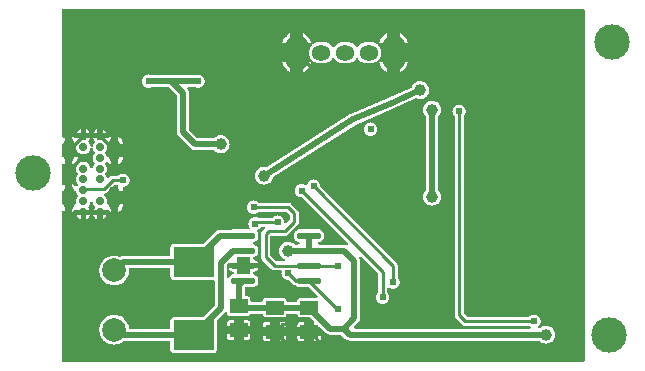
<source format=gbl>
G04 Layer: BottomLayer*
G04 EasyEDA v6.5.38, 2023-12-02 23:03:57*
G04 3574156a907d4d7c87788ecda130693a,c7ad1a84f3dd4ba2a6b1e1313e4bac77,10*
G04 Gerber Generator version 0.2*
G04 Scale: 100 percent, Rotated: No, Reflected: No *
G04 Dimensions in millimeters *
G04 leading zeros omitted , absolute positions ,4 integer and 5 decimal *
%FSLAX45Y45*%
%MOMM*%

%AMMACRO1*21,1,$1,$2,0,0,$3*%
%ADD10C,0.2540*%
%ADD11C,0.5000*%
%ADD12MACRO1,1.16X1.45X90.0000*%
%ADD13MACRO1,2.5X3.4X90.0000*%
%ADD14O,2.0450048X0.58801*%
%ADD15C,2.0000*%
%ADD16O,1.599946X1.2999720000000001*%
%ADD17O,1.9999959999999999X2.999994*%
%ADD18C,0.7000*%
%ADD19O,0.9999979999999999X1.9999959999999999*%
%ADD20C,3.0000*%
%ADD21C,0.6096*%
%ADD22C,1.0000*%
%ADD23C,0.6100*%
%ADD24C,0.0151*%

%LPD*%
G36*
X-1538732Y-1244600D02*
G01*
X-1542643Y-1243838D01*
X-1545894Y-1241602D01*
X-1548130Y-1238351D01*
X-1548892Y-1234440D01*
X-1548892Y23368D01*
X-1547926Y27635D01*
X-1545285Y31089D01*
X-1541424Y33121D01*
X-1537055Y33375D01*
X-1532991Y31750D01*
X-1526336Y27178D01*
X-1519732Y24028D01*
X-1519732Y86563D01*
X-1538732Y86563D01*
X-1542643Y87325D01*
X-1545894Y89560D01*
X-1548130Y92811D01*
X-1548892Y96723D01*
X-1548892Y189077D01*
X-1548130Y192989D01*
X-1545894Y196291D01*
X-1542643Y198475D01*
X-1538732Y199237D01*
X-1519732Y199237D01*
X-1519732Y261823D01*
X-1526336Y258622D01*
X-1532991Y254101D01*
X-1537055Y252475D01*
X-1541424Y252679D01*
X-1545285Y254711D01*
X-1547926Y258216D01*
X-1548892Y262483D01*
X-1548892Y423367D01*
X-1547926Y427634D01*
X-1545285Y431088D01*
X-1541424Y433120D01*
X-1537055Y433374D01*
X-1532991Y431749D01*
X-1526336Y427177D01*
X-1519732Y424027D01*
X-1519732Y486562D01*
X-1538732Y486562D01*
X-1542643Y487324D01*
X-1545894Y489559D01*
X-1548130Y492810D01*
X-1548892Y496722D01*
X-1548892Y589076D01*
X-1548130Y592988D01*
X-1545894Y596290D01*
X-1542643Y598474D01*
X-1538732Y599236D01*
X-1519732Y599236D01*
X-1519732Y661822D01*
X-1526336Y658622D01*
X-1532991Y654100D01*
X-1537055Y652475D01*
X-1541424Y652678D01*
X-1545285Y654710D01*
X-1547926Y658215D01*
X-1548892Y662482D01*
X-1548892Y1729232D01*
X-1548130Y1733143D01*
X-1545894Y1736394D01*
X-1542643Y1738630D01*
X-1538732Y1739392D01*
X2873146Y1739392D01*
X2877464Y1738426D01*
X2881020Y1735683D01*
X2883001Y1731721D01*
X2882900Y-1234440D01*
X2882138Y-1238351D01*
X2879902Y-1241602D01*
X2876651Y-1243838D01*
X2872740Y-1244600D01*
G37*

%LPC*%
G36*
X-601218Y-1172108D02*
G01*
X-262382Y-1172108D01*
X-256032Y-1171397D01*
X-250596Y-1169517D01*
X-245668Y-1166418D01*
X-241604Y-1162304D01*
X-238506Y-1157427D01*
X-236575Y-1151940D01*
X-235864Y-1145641D01*
X-235864Y-901496D01*
X-235102Y-897585D01*
X-232917Y-894283D01*
X-167335Y-828751D01*
X-163525Y-825652D01*
X-159816Y-824687D01*
X-156006Y-825144D01*
X-152603Y-827024D01*
X-150164Y-829970D01*
X-149047Y-833678D01*
X-148488Y-838453D01*
X-146608Y-843889D01*
X-143510Y-848817D01*
X-139395Y-852881D01*
X-134518Y-855980D01*
X-129032Y-857910D01*
X-122732Y-858621D01*
X21132Y-858621D01*
X27432Y-857910D01*
X32918Y-855980D01*
X37795Y-852881D01*
X41910Y-848817D01*
X45516Y-843076D01*
X47802Y-840536D01*
X50749Y-838860D01*
X54102Y-838301D01*
X145796Y-838301D01*
X149402Y-838962D01*
X152552Y-840892D01*
X154787Y-843787D01*
X155854Y-847344D01*
X156311Y-851153D01*
X158191Y-856589D01*
X161290Y-861517D01*
X165404Y-865581D01*
X170281Y-868680D01*
X175768Y-870610D01*
X182067Y-871321D01*
X325932Y-871321D01*
X332232Y-870610D01*
X337718Y-868680D01*
X342595Y-865581D01*
X346710Y-861517D01*
X349808Y-856589D01*
X351688Y-851153D01*
X352145Y-847344D01*
X353212Y-843787D01*
X355447Y-840892D01*
X358597Y-838962D01*
X362204Y-838301D01*
X437896Y-838301D01*
X441502Y-838962D01*
X444652Y-840892D01*
X446887Y-843787D01*
X447954Y-847344D01*
X448411Y-851153D01*
X450291Y-856589D01*
X453390Y-861517D01*
X457504Y-865581D01*
X462381Y-868680D01*
X467868Y-870610D01*
X474167Y-871321D01*
X553821Y-871321D01*
X557682Y-872083D01*
X560984Y-874268D01*
X585724Y-899007D01*
X587908Y-902309D01*
X588721Y-906221D01*
X588721Y-955243D01*
X637743Y-955243D01*
X641654Y-956005D01*
X644906Y-958240D01*
X687730Y-1001064D01*
X691184Y-1004214D01*
X694690Y-1006906D01*
X698449Y-1009294D01*
X702411Y-1011326D01*
X706475Y-1013053D01*
X710742Y-1014374D01*
X715060Y-1015339D01*
X719480Y-1015898D01*
X724103Y-1016101D01*
X812901Y-1016101D01*
X816813Y-1016863D01*
X820064Y-1019098D01*
X852830Y-1051864D01*
X856284Y-1055014D01*
X859790Y-1057706D01*
X863549Y-1060094D01*
X867511Y-1062126D01*
X871575Y-1063853D01*
X875842Y-1065174D01*
X880160Y-1066139D01*
X884580Y-1066698D01*
X889203Y-1066901D01*
X2492349Y-1066901D01*
X2496362Y-1067714D01*
X2499715Y-1070000D01*
X2502204Y-1072642D01*
X2511450Y-1079703D01*
X2521661Y-1085240D01*
X2532583Y-1089152D01*
X2544013Y-1091387D01*
X2555595Y-1091844D01*
X2567127Y-1090472D01*
X2578354Y-1087424D01*
X2588971Y-1082649D01*
X2598674Y-1076350D01*
X2607360Y-1068628D01*
X2614777Y-1059637D01*
X2620721Y-1049680D01*
X2625039Y-1038910D01*
X2627680Y-1027582D01*
X2628595Y-1016000D01*
X2627680Y-1004417D01*
X2625039Y-993089D01*
X2620721Y-982319D01*
X2614777Y-972362D01*
X2607360Y-963371D01*
X2598674Y-955649D01*
X2588971Y-949350D01*
X2578354Y-944575D01*
X2567127Y-941527D01*
X2555595Y-940155D01*
X2544013Y-940612D01*
X2532583Y-942848D01*
X2521661Y-946759D01*
X2511450Y-952296D01*
X2502204Y-959358D01*
X2499715Y-961999D01*
X2496362Y-964285D01*
X2492349Y-965098D01*
X2490673Y-965098D01*
X2486558Y-964184D01*
X2483104Y-961694D01*
X2481021Y-957986D01*
X2480614Y-953769D01*
X2481986Y-949706D01*
X2484882Y-946607D01*
X2487320Y-944880D01*
X2494280Y-937920D01*
X2499918Y-929894D01*
X2504084Y-921003D01*
X2506624Y-911504D01*
X2507488Y-901700D01*
X2506624Y-891895D01*
X2504084Y-882396D01*
X2499918Y-873506D01*
X2494280Y-865479D01*
X2487320Y-858519D01*
X2479294Y-852881D01*
X2470404Y-848715D01*
X2460904Y-846175D01*
X2451100Y-845312D01*
X2441295Y-846175D01*
X2431796Y-848715D01*
X2422906Y-852881D01*
X2414879Y-858519D01*
X2413254Y-860094D01*
X2409952Y-862330D01*
X2406091Y-863092D01*
X1887118Y-863092D01*
X1883206Y-862330D01*
X1879904Y-860094D01*
X1857705Y-837895D01*
X1855470Y-834593D01*
X1854707Y-830681D01*
X1854707Y831291D01*
X1855470Y835152D01*
X1857705Y838453D01*
X1859280Y840079D01*
X1864918Y848106D01*
X1869084Y856996D01*
X1871624Y866495D01*
X1872488Y876300D01*
X1871624Y886104D01*
X1869084Y895603D01*
X1864918Y904494D01*
X1859280Y912520D01*
X1852320Y919480D01*
X1844293Y925118D01*
X1835404Y929284D01*
X1825904Y931824D01*
X1816100Y932687D01*
X1806295Y931824D01*
X1796796Y929284D01*
X1787906Y925118D01*
X1779879Y919480D01*
X1772920Y912520D01*
X1767281Y904494D01*
X1763115Y895603D01*
X1760575Y886104D01*
X1759712Y876300D01*
X1760575Y866495D01*
X1763115Y856996D01*
X1767281Y848106D01*
X1772920Y840079D01*
X1774494Y838453D01*
X1776730Y835152D01*
X1777492Y831291D01*
X1777492Y-850392D01*
X1778304Y-858418D01*
X1780489Y-865632D01*
X1784045Y-872337D01*
X1789175Y-878535D01*
X1839264Y-928624D01*
X1845462Y-933754D01*
X1852168Y-937310D01*
X1859381Y-939495D01*
X1867407Y-940308D01*
X2406091Y-940308D01*
X2409952Y-941069D01*
X2413254Y-943305D01*
X2417318Y-946607D01*
X2420213Y-949706D01*
X2421585Y-953769D01*
X2421178Y-957986D01*
X2419096Y-961694D01*
X2415641Y-964184D01*
X2411526Y-965098D01*
X934821Y-965098D01*
X930960Y-964336D01*
X927658Y-962101D01*
X925423Y-958799D01*
X924661Y-954938D01*
X925423Y-951026D01*
X927658Y-947724D01*
X962964Y-912469D01*
X966114Y-909015D01*
X968806Y-905510D01*
X971194Y-901750D01*
X973226Y-897788D01*
X974953Y-893724D01*
X976274Y-889457D01*
X977239Y-885139D01*
X977798Y-880719D01*
X978001Y-876096D01*
X978001Y-393903D01*
X977798Y-389280D01*
X977239Y-384860D01*
X976274Y-380542D01*
X974953Y-376275D01*
X973226Y-372211D01*
X970940Y-367842D01*
X969822Y-363880D01*
X970330Y-359867D01*
X972413Y-356311D01*
X975715Y-353923D01*
X979728Y-352958D01*
X983742Y-353720D01*
X987145Y-355955D01*
X1126794Y-495604D01*
X1129030Y-498906D01*
X1129792Y-502818D01*
X1129792Y-653491D01*
X1129030Y-657352D01*
X1126794Y-660654D01*
X1125220Y-662279D01*
X1119581Y-670306D01*
X1115415Y-679196D01*
X1112875Y-688695D01*
X1112012Y-698500D01*
X1112875Y-708304D01*
X1115415Y-717804D01*
X1119581Y-726694D01*
X1125220Y-734720D01*
X1132179Y-741680D01*
X1140206Y-747318D01*
X1149096Y-751484D01*
X1158595Y-754024D01*
X1168400Y-754888D01*
X1178204Y-754024D01*
X1187704Y-751484D01*
X1196594Y-747318D01*
X1204620Y-741680D01*
X1211580Y-734720D01*
X1217218Y-726694D01*
X1221384Y-717804D01*
X1223924Y-708304D01*
X1224788Y-698500D01*
X1223924Y-688695D01*
X1221384Y-679196D01*
X1217218Y-670306D01*
X1211580Y-662279D01*
X1210005Y-660654D01*
X1207770Y-657352D01*
X1207008Y-653491D01*
X1207008Y-624332D01*
X1207973Y-620064D01*
X1210614Y-616559D01*
X1214526Y-614527D01*
X1218946Y-614324D01*
X1223010Y-616051D01*
X1229106Y-620318D01*
X1237996Y-624484D01*
X1247495Y-627024D01*
X1257300Y-627888D01*
X1267104Y-627024D01*
X1276604Y-624484D01*
X1285494Y-620318D01*
X1293520Y-614680D01*
X1300480Y-607720D01*
X1306118Y-599694D01*
X1310284Y-590804D01*
X1312824Y-581304D01*
X1313688Y-571500D01*
X1312824Y-561695D01*
X1310284Y-552196D01*
X1306118Y-543306D01*
X1300480Y-535279D01*
X1298905Y-533654D01*
X1296670Y-530352D01*
X1295908Y-526491D01*
X1295908Y-432308D01*
X1295095Y-424281D01*
X1292910Y-417068D01*
X1289354Y-410362D01*
X1284224Y-404164D01*
X643331Y236728D01*
X641350Y239623D01*
X640435Y243027D01*
X639724Y251104D01*
X637184Y260604D01*
X633018Y269494D01*
X627380Y277520D01*
X620420Y284480D01*
X612394Y290118D01*
X603504Y294284D01*
X594004Y296824D01*
X584200Y297688D01*
X574395Y296824D01*
X564896Y294284D01*
X556006Y290118D01*
X547979Y284480D01*
X541020Y277520D01*
X535381Y269494D01*
X531215Y260604D01*
X529844Y255320D01*
X528116Y251866D01*
X525221Y249275D01*
X521614Y247904D01*
X517702Y248056D01*
X514197Y249631D01*
X510793Y252018D01*
X501904Y256184D01*
X492404Y258724D01*
X482600Y259588D01*
X472795Y258724D01*
X463296Y256184D01*
X454406Y252018D01*
X446379Y246379D01*
X439420Y239420D01*
X433781Y231394D01*
X429615Y222504D01*
X427075Y213004D01*
X426212Y203200D01*
X427075Y193395D01*
X429615Y183896D01*
X433781Y175006D01*
X439420Y166979D01*
X446379Y160020D01*
X454406Y154381D01*
X463296Y150215D01*
X472795Y147675D01*
X480872Y146964D01*
X484276Y146050D01*
X487172Y144068D01*
X875944Y-244754D01*
X878179Y-248158D01*
X878941Y-252171D01*
X877976Y-256184D01*
X875588Y-259486D01*
X872032Y-261569D01*
X868019Y-262077D01*
X864057Y-260959D01*
X859688Y-258673D01*
X855624Y-256946D01*
X851357Y-255625D01*
X847039Y-254660D01*
X842619Y-254101D01*
X837996Y-253898D01*
X640181Y-253898D01*
X629158Y-251104D01*
X625297Y-249072D01*
X622604Y-245617D01*
X621639Y-241300D01*
X622604Y-236982D01*
X625297Y-233527D01*
X629158Y-231495D01*
X635711Y-229717D01*
X644448Y-225653D01*
X652322Y-220116D01*
X659130Y-213309D01*
X664667Y-205435D01*
X668731Y-196697D01*
X671220Y-187401D01*
X672084Y-177800D01*
X671220Y-168198D01*
X668731Y-158902D01*
X664667Y-150164D01*
X659130Y-142290D01*
X652322Y-135483D01*
X644448Y-129946D01*
X635711Y-125882D01*
X626414Y-123393D01*
X616356Y-122478D01*
X471525Y-122478D01*
X461518Y-123393D01*
X452221Y-125882D01*
X443484Y-129946D01*
X435559Y-135483D01*
X428751Y-142290D01*
X423214Y-150164D01*
X419150Y-158902D01*
X416661Y-168198D01*
X415848Y-177800D01*
X416661Y-187401D01*
X419150Y-196697D01*
X423214Y-205435D01*
X428751Y-213309D01*
X435559Y-220116D01*
X443484Y-225653D01*
X452221Y-229717D01*
X458724Y-231495D01*
X462635Y-233527D01*
X465328Y-236982D01*
X466242Y-241300D01*
X465328Y-245617D01*
X462635Y-249072D01*
X458724Y-251104D01*
X447751Y-253898D01*
X428751Y-253898D01*
X425145Y-253238D01*
X421995Y-251307D01*
X414274Y-244449D01*
X404571Y-238150D01*
X393954Y-233375D01*
X382727Y-230327D01*
X371195Y-228955D01*
X359613Y-229412D01*
X348183Y-231648D01*
X337261Y-235559D01*
X327050Y-241096D01*
X317804Y-248158D01*
X309778Y-256540D01*
X303072Y-266039D01*
X297942Y-276453D01*
X294436Y-287528D01*
X292658Y-299008D01*
X292658Y-310591D01*
X294436Y-322072D01*
X297942Y-333146D01*
X303072Y-343560D01*
X309778Y-353060D01*
X317804Y-361442D01*
X327050Y-368503D01*
X337362Y-374091D01*
X340715Y-377037D01*
X342493Y-381101D01*
X342392Y-385521D01*
X340360Y-389483D01*
X336854Y-392226D01*
X332536Y-393192D01*
X274218Y-393192D01*
X270306Y-392430D01*
X267004Y-390194D01*
X219405Y-342595D01*
X217170Y-339293D01*
X216408Y-335381D01*
X216408Y-188468D01*
X217170Y-184556D01*
X219405Y-181305D01*
X222656Y-179070D01*
X226567Y-178308D01*
X342392Y-178308D01*
X350418Y-177495D01*
X357632Y-175310D01*
X364337Y-171754D01*
X370535Y-166624D01*
X446024Y-91135D01*
X451154Y-84937D01*
X454710Y-78232D01*
X456895Y-71018D01*
X457708Y-62991D01*
X457708Y12192D01*
X456895Y20218D01*
X454710Y27432D01*
X451154Y34137D01*
X446024Y40335D01*
X395935Y90424D01*
X389737Y95554D01*
X383032Y99110D01*
X375818Y101295D01*
X367792Y102108D01*
X121208Y102108D01*
X117348Y102870D01*
X114046Y105105D01*
X112420Y106680D01*
X104394Y112318D01*
X95504Y116484D01*
X86004Y119024D01*
X76200Y119887D01*
X66395Y119024D01*
X56896Y116484D01*
X48006Y112318D01*
X39979Y106680D01*
X33020Y99720D01*
X27381Y91694D01*
X23215Y82804D01*
X20675Y73304D01*
X19812Y63500D01*
X20675Y53695D01*
X23215Y44196D01*
X27381Y35306D01*
X33020Y27279D01*
X39979Y20320D01*
X48006Y14681D01*
X56896Y10515D01*
X66395Y7975D01*
X76200Y7112D01*
X86004Y7975D01*
X95504Y10515D01*
X104394Y14681D01*
X112420Y20320D01*
X114046Y21894D01*
X117348Y24130D01*
X121208Y24892D01*
X348081Y24892D01*
X351993Y24130D01*
X355295Y21894D01*
X377494Y-304D01*
X379730Y-3606D01*
X380492Y-7518D01*
X380492Y-43281D01*
X379730Y-47193D01*
X377494Y-50495D01*
X352755Y-75285D01*
X349300Y-77520D01*
X345236Y-78232D01*
X341274Y-77317D01*
X337972Y-74828D01*
X335889Y-71272D01*
X335432Y-67208D01*
X335737Y-63500D01*
X334873Y-53695D01*
X332333Y-44246D01*
X328218Y-35306D01*
X322580Y-27279D01*
X315620Y-20320D01*
X307594Y-14681D01*
X298653Y-10566D01*
X289204Y-8026D01*
X279400Y-7162D01*
X269595Y-8026D01*
X260146Y-10566D01*
X251206Y-14681D01*
X243179Y-20320D01*
X241604Y-21894D01*
X238302Y-24130D01*
X234391Y-24892D01*
X113995Y-24892D01*
X109677Y-23926D01*
X108204Y-23215D01*
X98704Y-20675D01*
X88900Y-19812D01*
X79095Y-20675D01*
X69596Y-23215D01*
X60706Y-27381D01*
X52679Y-33020D01*
X45720Y-39979D01*
X40081Y-48006D01*
X35915Y-56896D01*
X33375Y-66395D01*
X32512Y-76200D01*
X33375Y-86004D01*
X35915Y-95504D01*
X40081Y-104394D01*
X41554Y-106527D01*
X43230Y-110591D01*
X43078Y-114960D01*
X41046Y-118872D01*
X37541Y-121564D01*
X33223Y-122478D01*
X-82956Y-122478D01*
X-93014Y-123393D01*
X-102463Y-125933D01*
X-106781Y-126898D01*
X-208178Y-126898D01*
X-212852Y-127101D01*
X-217220Y-127660D01*
X-221589Y-128625D01*
X-225806Y-129946D01*
X-229920Y-131673D01*
X-233832Y-133705D01*
X-237591Y-136093D01*
X-241096Y-138785D01*
X-244551Y-141935D01*
X-349910Y-247345D01*
X-353212Y-249529D01*
X-357073Y-250291D01*
X-601218Y-250291D01*
X-607517Y-251002D01*
X-613003Y-252933D01*
X-617880Y-255981D01*
X-621995Y-260096D01*
X-625094Y-264972D01*
X-626973Y-270459D01*
X-627684Y-276758D01*
X-627684Y-340156D01*
X-628446Y-344017D01*
X-630682Y-347319D01*
X-633984Y-349504D01*
X-637844Y-350316D01*
X-1032408Y-350316D01*
X-1037082Y-350520D01*
X-1041501Y-351078D01*
X-1045819Y-352044D01*
X-1050036Y-353364D01*
X-1054252Y-355142D01*
X-1057706Y-355904D01*
X-1061212Y-355447D01*
X-1074775Y-351231D01*
X-1089710Y-348488D01*
X-1104900Y-347573D01*
X-1120089Y-348488D01*
X-1135024Y-351231D01*
X-1149553Y-355752D01*
X-1163421Y-362000D01*
X-1176426Y-369874D01*
X-1188364Y-379222D01*
X-1199134Y-389991D01*
X-1208481Y-401929D01*
X-1216355Y-414934D01*
X-1222603Y-428802D01*
X-1227124Y-443331D01*
X-1229868Y-458266D01*
X-1230782Y-473456D01*
X-1229868Y-488645D01*
X-1227124Y-503580D01*
X-1222603Y-518109D01*
X-1216355Y-531977D01*
X-1208481Y-544982D01*
X-1199134Y-556920D01*
X-1188364Y-567690D01*
X-1176426Y-577037D01*
X-1163421Y-584911D01*
X-1149553Y-591159D01*
X-1135024Y-595680D01*
X-1120089Y-598424D01*
X-1104900Y-599338D01*
X-1089710Y-598424D01*
X-1074775Y-595680D01*
X-1060246Y-591159D01*
X-1046378Y-584911D01*
X-1033373Y-577037D01*
X-1021435Y-567690D01*
X-1010666Y-556920D01*
X-1001318Y-544982D01*
X-993444Y-531977D01*
X-987196Y-518109D01*
X-982675Y-503580D01*
X-979932Y-488645D01*
X-979017Y-473456D01*
X-979627Y-462889D01*
X-979068Y-458825D01*
X-976884Y-455320D01*
X-973531Y-452932D01*
X-969518Y-452120D01*
X-637844Y-452120D01*
X-633984Y-452882D01*
X-630682Y-455066D01*
X-628446Y-458368D01*
X-627684Y-462280D01*
X-627684Y-525627D01*
X-626973Y-531977D01*
X-625094Y-537413D01*
X-621995Y-542340D01*
X-617880Y-546404D01*
X-613003Y-549503D01*
X-607517Y-551383D01*
X-601218Y-552094D01*
X-264261Y-552094D01*
X-260400Y-552907D01*
X-257098Y-555091D01*
X-254863Y-558393D01*
X-254101Y-562254D01*
X-254101Y-767283D01*
X-254863Y-771194D01*
X-257098Y-774496D01*
X-349910Y-867308D01*
X-353212Y-869543D01*
X-357124Y-870305D01*
X-601218Y-870305D01*
X-607517Y-871016D01*
X-613003Y-872947D01*
X-617880Y-875995D01*
X-621995Y-880110D01*
X-625094Y-884986D01*
X-626973Y-890473D01*
X-627684Y-896772D01*
X-627684Y-960119D01*
X-628446Y-964031D01*
X-630682Y-967333D01*
X-633984Y-969518D01*
X-637844Y-970280D01*
X-969670Y-970280D01*
X-973429Y-969568D01*
X-976680Y-967536D01*
X-978916Y-964437D01*
X-982675Y-944219D01*
X-987196Y-929690D01*
X-993444Y-915822D01*
X-1001318Y-902817D01*
X-1010666Y-890879D01*
X-1021435Y-880110D01*
X-1033373Y-870762D01*
X-1046378Y-862888D01*
X-1060246Y-856640D01*
X-1074775Y-852119D01*
X-1089710Y-849376D01*
X-1104900Y-848461D01*
X-1120089Y-849376D01*
X-1135024Y-852119D01*
X-1149553Y-856640D01*
X-1163421Y-862888D01*
X-1176426Y-870762D01*
X-1188364Y-880110D01*
X-1199134Y-890879D01*
X-1208481Y-902817D01*
X-1216355Y-915822D01*
X-1222603Y-929690D01*
X-1227124Y-944219D01*
X-1229868Y-959154D01*
X-1230782Y-974344D01*
X-1229868Y-989533D01*
X-1227124Y-1004468D01*
X-1222603Y-1018997D01*
X-1216355Y-1032865D01*
X-1208481Y-1045870D01*
X-1199134Y-1057808D01*
X-1188364Y-1068578D01*
X-1176426Y-1077925D01*
X-1163421Y-1085799D01*
X-1149553Y-1092047D01*
X-1135024Y-1096568D01*
X-1120089Y-1099312D01*
X-1104900Y-1100226D01*
X-1089710Y-1099312D01*
X-1074775Y-1096568D01*
X-1060246Y-1092047D01*
X-1046378Y-1085799D01*
X-1033373Y-1077925D01*
X-1028700Y-1074267D01*
X-1025753Y-1072642D01*
X-1022400Y-1072083D01*
X-637844Y-1072083D01*
X-633984Y-1072896D01*
X-630682Y-1075080D01*
X-628446Y-1078382D01*
X-627684Y-1082243D01*
X-627684Y-1145641D01*
X-626973Y-1151940D01*
X-625094Y-1157427D01*
X-621995Y-1162304D01*
X-617880Y-1166418D01*
X-613003Y-1169517D01*
X-607517Y-1171397D01*
G37*
G36*
X474167Y-1074521D02*
G01*
X503478Y-1074521D01*
X503478Y-1025956D01*
X447700Y-1025956D01*
X447700Y-1048054D01*
X448411Y-1054354D01*
X450291Y-1059789D01*
X453390Y-1064717D01*
X457504Y-1068781D01*
X462381Y-1071880D01*
X467868Y-1073810D01*
G37*
G36*
X296621Y-1074521D02*
G01*
X325932Y-1074521D01*
X332232Y-1073810D01*
X337718Y-1071880D01*
X342595Y-1068781D01*
X346710Y-1064717D01*
X349808Y-1059789D01*
X351688Y-1054354D01*
X352399Y-1048054D01*
X352399Y-1025956D01*
X296621Y-1025956D01*
G37*
G36*
X182067Y-1074521D02*
G01*
X211378Y-1074521D01*
X211378Y-1025956D01*
X155600Y-1025956D01*
X155600Y-1048054D01*
X156311Y-1054354D01*
X158191Y-1059789D01*
X161290Y-1064717D01*
X165404Y-1068781D01*
X170281Y-1071880D01*
X175768Y-1073810D01*
G37*
G36*
X588721Y-1074521D02*
G01*
X618032Y-1074521D01*
X624332Y-1073810D01*
X629818Y-1071880D01*
X634695Y-1068781D01*
X638810Y-1064717D01*
X641908Y-1059789D01*
X643788Y-1054354D01*
X644499Y-1048054D01*
X644499Y-1025956D01*
X588721Y-1025956D01*
G37*
G36*
X-8178Y-1061821D02*
G01*
X21132Y-1061821D01*
X27432Y-1061110D01*
X32918Y-1059180D01*
X37795Y-1056081D01*
X41910Y-1052017D01*
X45008Y-1047089D01*
X46888Y-1041653D01*
X47599Y-1035354D01*
X47599Y-1013256D01*
X-8178Y-1013256D01*
G37*
G36*
X-122732Y-1061821D02*
G01*
X-93421Y-1061821D01*
X-93421Y-1013256D01*
X-149199Y-1013256D01*
X-149199Y-1035354D01*
X-148488Y-1041653D01*
X-146608Y-1047089D01*
X-143510Y-1052017D01*
X-139395Y-1056081D01*
X-134518Y-1059180D01*
X-129032Y-1061110D01*
G37*
G36*
X296621Y-955243D02*
G01*
X352399Y-955243D01*
X352399Y-933145D01*
X351688Y-926846D01*
X349808Y-921410D01*
X346710Y-916482D01*
X342595Y-912418D01*
X337718Y-909319D01*
X332232Y-907389D01*
X325932Y-906678D01*
X296621Y-906678D01*
G37*
G36*
X155600Y-955243D02*
G01*
X211378Y-955243D01*
X211378Y-906678D01*
X182067Y-906678D01*
X175768Y-907389D01*
X170281Y-909319D01*
X165404Y-912418D01*
X161290Y-916482D01*
X158191Y-921410D01*
X156311Y-926846D01*
X155600Y-933145D01*
G37*
G36*
X447700Y-955243D02*
G01*
X503478Y-955243D01*
X503478Y-906678D01*
X474167Y-906678D01*
X467868Y-907389D01*
X462381Y-909319D01*
X457504Y-912418D01*
X453390Y-916482D01*
X450291Y-921410D01*
X448411Y-926846D01*
X447700Y-933145D01*
G37*
G36*
X-149199Y-942543D02*
G01*
X-93421Y-942543D01*
X-93421Y-893978D01*
X-122732Y-893978D01*
X-129032Y-894689D01*
X-134518Y-896619D01*
X-139395Y-899718D01*
X-143510Y-903782D01*
X-146608Y-908710D01*
X-148488Y-914146D01*
X-149199Y-920445D01*
G37*
G36*
X-8178Y-942543D02*
G01*
X47599Y-942543D01*
X47599Y-920445D01*
X46888Y-914146D01*
X45008Y-908710D01*
X41910Y-903782D01*
X37795Y-899718D01*
X32918Y-896619D01*
X27432Y-894689D01*
X21132Y-893978D01*
X-8178Y-893978D01*
G37*
G36*
X-1249222Y-37896D02*
G01*
X-1249222Y-5943D01*
X-1281328Y-5943D01*
X-1276350Y-15392D01*
X-1270203Y-23317D01*
X-1262786Y-30124D01*
X-1254353Y-35661D01*
G37*
G36*
X-1389227Y-37896D02*
G01*
X-1389227Y-5943D01*
X-1421333Y-5943D01*
X-1416354Y-15392D01*
X-1410208Y-23317D01*
X-1402791Y-30124D01*
X-1394358Y-35661D01*
G37*
G36*
X-1201572Y-37896D02*
G01*
X-1196441Y-35661D01*
X-1188008Y-30124D01*
X-1180592Y-23317D01*
X-1174445Y-15392D01*
X-1169466Y-5943D01*
X-1201572Y-5943D01*
G37*
G36*
X-1341577Y-37896D02*
G01*
X-1336446Y-35661D01*
X-1328013Y-30124D01*
X-1320596Y-23317D01*
X-1314450Y-15392D01*
X-1309471Y-5943D01*
X-1341577Y-5943D01*
G37*
G36*
X-1071067Y24028D02*
G01*
X-1064463Y27178D01*
X-1055065Y33578D01*
X-1046784Y41300D01*
X-1039723Y50190D01*
X-1034034Y59994D01*
X-1029868Y70561D01*
X-1027379Y81584D01*
X-1026972Y86563D01*
X-1071067Y86563D01*
G37*
G36*
X-1457045Y24028D02*
G01*
X-1450441Y27178D01*
X-1445361Y30683D01*
X-1444955Y33274D01*
X-1443736Y36626D01*
X-1441500Y39319D01*
X-1438402Y41148D01*
X-1434947Y41757D01*
X-1389227Y41757D01*
X-1388567Y46888D01*
X-1386687Y50038D01*
X-1383792Y52324D01*
X-1380286Y53390D01*
X-1365402Y52019D01*
X-1350518Y53390D01*
X-1347012Y52324D01*
X-1344117Y50038D01*
X-1342237Y46888D01*
X-1341577Y41757D01*
X-1309471Y41757D01*
X-1314450Y51206D01*
X-1320647Y59131D01*
X-1322527Y63195D01*
X-1322527Y67614D01*
X-1320647Y71628D01*
X-1314450Y79603D01*
X-1309674Y88442D01*
X-1306372Y97942D01*
X-1305407Y103784D01*
X-1303985Y107543D01*
X-1301140Y110439D01*
X-1297432Y112064D01*
X-1293368Y112064D01*
X-1289659Y110439D01*
X-1286814Y107543D01*
X-1285392Y103784D01*
X-1284427Y97942D01*
X-1281125Y88442D01*
X-1276350Y79603D01*
X-1270152Y71628D01*
X-1268272Y67614D01*
X-1268272Y63195D01*
X-1270152Y59131D01*
X-1276350Y51206D01*
X-1281328Y41757D01*
X-1249222Y41757D01*
X-1248562Y46888D01*
X-1246682Y50038D01*
X-1243787Y52324D01*
X-1240282Y53390D01*
X-1225397Y52019D01*
X-1210513Y53390D01*
X-1207008Y52324D01*
X-1204112Y50038D01*
X-1202232Y46888D01*
X-1201572Y41757D01*
X-1155852Y41757D01*
X-1152398Y41148D01*
X-1149299Y39319D01*
X-1147064Y36626D01*
X-1145844Y33274D01*
X-1145438Y30683D01*
X-1140358Y27178D01*
X-1133754Y24028D01*
X-1133754Y86563D01*
X-1156309Y86563D01*
X-1160576Y87528D01*
X-1164031Y90170D01*
X-1166063Y94030D01*
X-1166317Y98399D01*
X-1164742Y107848D01*
X-1164742Y117906D01*
X-1166368Y127812D01*
X-1169670Y137363D01*
X-1174445Y146202D01*
X-1180592Y154127D01*
X-1188516Y161391D01*
X-1190955Y164846D01*
X-1191818Y169011D01*
X-1190853Y173177D01*
X-1188313Y176530D01*
X-1184605Y178612D01*
X-1179068Y180289D01*
X-1172362Y183845D01*
X-1166164Y188976D01*
X-1158798Y196291D01*
X-1155496Y198475D01*
X-1151636Y199237D01*
X-1133754Y199237D01*
X-1133754Y217119D01*
X-1132992Y221030D01*
X-1130757Y224332D01*
X-1104595Y250494D01*
X-1101293Y252729D01*
X-1097381Y253492D01*
X-1081227Y253492D01*
X-1077315Y252729D01*
X-1074013Y250494D01*
X-1071829Y247243D01*
X-1071067Y243332D01*
X-1071067Y199237D01*
X-1026972Y199237D01*
X-1027379Y204216D01*
X-1029868Y215290D01*
X-1032662Y222300D01*
X-1033373Y226009D01*
X-1032662Y229666D01*
X-1030681Y232867D01*
X-1027684Y235102D01*
X-1024077Y236118D01*
X-1018895Y236575D01*
X-1009396Y239115D01*
X-1000506Y243281D01*
X-992479Y248920D01*
X-985519Y255879D01*
X-979881Y263906D01*
X-975715Y272796D01*
X-973175Y282295D01*
X-972312Y292100D01*
X-973175Y301904D01*
X-975715Y311404D01*
X-979881Y320294D01*
X-985519Y328320D01*
X-992479Y335280D01*
X-1000506Y340918D01*
X-1009396Y345084D01*
X-1018895Y347624D01*
X-1028700Y348488D01*
X-1038504Y347624D01*
X-1048003Y345084D01*
X-1056894Y340918D01*
X-1064920Y335280D01*
X-1066546Y333705D01*
X-1069848Y331470D01*
X-1073708Y330708D01*
X-1117092Y330708D01*
X-1125118Y329895D01*
X-1132332Y327710D01*
X-1139037Y324154D01*
X-1145235Y319024D01*
X-1151077Y313232D01*
X-1154480Y310997D01*
X-1158494Y310286D01*
X-1162456Y311200D01*
X-1165758Y313588D01*
X-1167841Y317144D01*
X-1169670Y322376D01*
X-1174445Y331216D01*
X-1178712Y336651D01*
X-1180592Y340664D01*
X-1180592Y345135D01*
X-1178712Y349148D01*
X-1174445Y354584D01*
X-1169670Y363423D01*
X-1166368Y372973D01*
X-1164742Y382879D01*
X-1164742Y392938D01*
X-1166368Y402844D01*
X-1169670Y412343D01*
X-1174445Y421182D01*
X-1178712Y426669D01*
X-1180592Y430682D01*
X-1180592Y435101D01*
X-1178712Y439115D01*
X-1175562Y443179D01*
X-1172819Y445617D01*
X-1169416Y446887D01*
X-1165758Y446938D01*
X-1162354Y445668D01*
X-1159611Y443280D01*
X-1158036Y441299D01*
X-1149705Y433578D01*
X-1140358Y427177D01*
X-1133754Y424027D01*
X-1133754Y486562D01*
X-1156970Y486562D01*
X-1161084Y487426D01*
X-1164437Y489864D01*
X-1166571Y493420D01*
X-1169670Y502361D01*
X-1174445Y511200D01*
X-1180642Y519176D01*
X-1182522Y523189D01*
X-1182522Y527608D01*
X-1180642Y531622D01*
X-1174445Y539597D01*
X-1169670Y548436D01*
X-1166368Y557987D01*
X-1164742Y567893D01*
X-1164742Y577951D01*
X-1166317Y587451D01*
X-1166114Y591820D01*
X-1164031Y595680D01*
X-1160576Y598322D01*
X-1156309Y599236D01*
X-1133754Y599236D01*
X-1133754Y661822D01*
X-1140358Y658622D01*
X-1145438Y655167D01*
X-1145844Y652526D01*
X-1147064Y649173D01*
X-1149299Y646480D01*
X-1152398Y644652D01*
X-1155852Y644042D01*
X-1201572Y644042D01*
X-1202232Y638911D01*
X-1204112Y635762D01*
X-1207008Y633476D01*
X-1210513Y632409D01*
X-1225397Y633780D01*
X-1240282Y632409D01*
X-1243787Y633476D01*
X-1246682Y635762D01*
X-1248562Y638911D01*
X-1249222Y644042D01*
X-1281328Y644042D01*
X-1276350Y634593D01*
X-1270152Y626668D01*
X-1268272Y622604D01*
X-1268272Y618185D01*
X-1270152Y614172D01*
X-1276350Y606196D01*
X-1281125Y597357D01*
X-1284427Y587857D01*
X-1285392Y582015D01*
X-1286814Y578256D01*
X-1289659Y575360D01*
X-1293368Y573735D01*
X-1297432Y573735D01*
X-1301140Y575360D01*
X-1303985Y578256D01*
X-1305407Y582015D01*
X-1306372Y587857D01*
X-1309674Y597357D01*
X-1314450Y606196D01*
X-1320647Y614172D01*
X-1322527Y618185D01*
X-1322527Y622604D01*
X-1320647Y626668D01*
X-1314450Y634593D01*
X-1309471Y644042D01*
X-1341577Y644042D01*
X-1342237Y638911D01*
X-1344117Y635762D01*
X-1347012Y633476D01*
X-1350518Y632409D01*
X-1365402Y633780D01*
X-1380286Y632409D01*
X-1383792Y633476D01*
X-1386687Y635762D01*
X-1388567Y638911D01*
X-1389227Y644042D01*
X-1434947Y644042D01*
X-1438402Y644652D01*
X-1441500Y646480D01*
X-1443736Y649173D01*
X-1444955Y652526D01*
X-1445361Y655167D01*
X-1450441Y658622D01*
X-1457045Y661822D01*
X-1457045Y599236D01*
X-1434490Y599236D01*
X-1430223Y598322D01*
X-1426768Y595680D01*
X-1424686Y591820D01*
X-1424482Y587451D01*
X-1426057Y577951D01*
X-1426057Y567893D01*
X-1424432Y557987D01*
X-1421130Y548436D01*
X-1416354Y539597D01*
X-1410208Y531672D01*
X-1402791Y524865D01*
X-1394358Y519379D01*
X-1385163Y515315D01*
X-1375410Y512876D01*
X-1365402Y512013D01*
X-1355394Y512876D01*
X-1345641Y515315D01*
X-1336446Y519379D01*
X-1328013Y524865D01*
X-1320596Y531672D01*
X-1314450Y539597D01*
X-1309674Y548436D01*
X-1306372Y557987D01*
X-1305407Y563778D01*
X-1303985Y567588D01*
X-1301140Y570484D01*
X-1297432Y572058D01*
X-1293368Y572058D01*
X-1289659Y570484D01*
X-1286814Y567588D01*
X-1285392Y563778D01*
X-1284427Y557987D01*
X-1281125Y548436D01*
X-1276350Y539597D01*
X-1270152Y531622D01*
X-1268272Y527608D01*
X-1268272Y523189D01*
X-1270152Y519176D01*
X-1276350Y511200D01*
X-1281125Y502361D01*
X-1284427Y492810D01*
X-1286052Y482904D01*
X-1286052Y472846D01*
X-1284427Y462940D01*
X-1281125Y453440D01*
X-1276350Y444601D01*
X-1272082Y439115D01*
X-1270203Y435101D01*
X-1270203Y430682D01*
X-1272082Y426669D01*
X-1276350Y421182D01*
X-1281125Y412343D01*
X-1284427Y402844D01*
X-1285392Y397002D01*
X-1286814Y393242D01*
X-1289659Y390347D01*
X-1293368Y388721D01*
X-1297432Y388721D01*
X-1301140Y390347D01*
X-1303985Y393242D01*
X-1305407Y397002D01*
X-1306372Y402844D01*
X-1309674Y412343D01*
X-1314450Y421182D01*
X-1320596Y429107D01*
X-1328013Y435914D01*
X-1336446Y441451D01*
X-1345641Y445465D01*
X-1355394Y447954D01*
X-1365402Y448767D01*
X-1375410Y447954D01*
X-1385163Y445465D01*
X-1394358Y441451D01*
X-1402791Y435914D01*
X-1410208Y429107D01*
X-1416354Y421182D01*
X-1421130Y412343D01*
X-1424432Y402844D01*
X-1426057Y392938D01*
X-1426057Y382879D01*
X-1424432Y372973D01*
X-1421130Y363423D01*
X-1416354Y354584D01*
X-1412087Y349148D01*
X-1410208Y345135D01*
X-1410208Y340664D01*
X-1412087Y336651D01*
X-1416354Y331216D01*
X-1421130Y322376D01*
X-1424432Y312826D01*
X-1426057Y302920D01*
X-1426057Y292862D01*
X-1424432Y282956D01*
X-1421130Y273456D01*
X-1416354Y264617D01*
X-1412087Y259130D01*
X-1410208Y255117D01*
X-1410208Y250698D01*
X-1412087Y246634D01*
X-1415237Y242620D01*
X-1417980Y240182D01*
X-1421384Y238912D01*
X-1425041Y238861D01*
X-1428445Y240131D01*
X-1431188Y242519D01*
X-1432763Y244500D01*
X-1441094Y252221D01*
X-1450441Y258622D01*
X-1457045Y261823D01*
X-1457045Y199237D01*
X-1433830Y199237D01*
X-1429766Y198424D01*
X-1426362Y195986D01*
X-1424228Y192379D01*
X-1421130Y183438D01*
X-1416354Y174599D01*
X-1410157Y166624D01*
X-1408277Y162610D01*
X-1408277Y158191D01*
X-1410157Y154127D01*
X-1416354Y146202D01*
X-1421130Y137363D01*
X-1424432Y127812D01*
X-1426057Y117906D01*
X-1426057Y107848D01*
X-1424482Y98399D01*
X-1424736Y94030D01*
X-1426768Y90170D01*
X-1430223Y87528D01*
X-1434490Y86563D01*
X-1457045Y86563D01*
G37*
G36*
X1590395Y76555D02*
G01*
X1601927Y77927D01*
X1613154Y80975D01*
X1623771Y85750D01*
X1633474Y92049D01*
X1642160Y99771D01*
X1649577Y108762D01*
X1655521Y118719D01*
X1659839Y129489D01*
X1662480Y140817D01*
X1663395Y152400D01*
X1662480Y163982D01*
X1659839Y175310D01*
X1655521Y186080D01*
X1649577Y196037D01*
X1641805Y205333D01*
X1639316Y208788D01*
X1638401Y212902D01*
X1638401Y828497D01*
X1639316Y832612D01*
X1642160Y836371D01*
X1649577Y845362D01*
X1655521Y855319D01*
X1659839Y866089D01*
X1662480Y877417D01*
X1663395Y889000D01*
X1662480Y900582D01*
X1659839Y911910D01*
X1655521Y922680D01*
X1649577Y932637D01*
X1642160Y941628D01*
X1633474Y949350D01*
X1623771Y955649D01*
X1613154Y960424D01*
X1601927Y963472D01*
X1590395Y964844D01*
X1578813Y964387D01*
X1567383Y962152D01*
X1556461Y958240D01*
X1546250Y952703D01*
X1537004Y945642D01*
X1528978Y937260D01*
X1522272Y927760D01*
X1517142Y917346D01*
X1513636Y906271D01*
X1511858Y894791D01*
X1511858Y883208D01*
X1513636Y871728D01*
X1517142Y860653D01*
X1522272Y850239D01*
X1528978Y840740D01*
X1533753Y835761D01*
X1535836Y832510D01*
X1536598Y828700D01*
X1536598Y212699D01*
X1535836Y208889D01*
X1533753Y205638D01*
X1528978Y200660D01*
X1522272Y191160D01*
X1517142Y180746D01*
X1513636Y169672D01*
X1511858Y158191D01*
X1511858Y146608D01*
X1513636Y135128D01*
X1517142Y124053D01*
X1522272Y113639D01*
X1528978Y104139D01*
X1537004Y95758D01*
X1546250Y88696D01*
X1556461Y83159D01*
X1567383Y79248D01*
X1578813Y77012D01*
G37*
G36*
X167995Y254355D02*
G01*
X179527Y255727D01*
X190754Y258775D01*
X201371Y263550D01*
X211074Y269849D01*
X219760Y277571D01*
X227177Y286562D01*
X233121Y296519D01*
X237439Y307289D01*
X238810Y313131D01*
X240436Y316687D01*
X243281Y319379D01*
X943559Y762203D01*
X1251712Y892911D01*
X1451813Y982929D01*
X1455572Y983843D01*
X1459382Y983234D01*
X1465783Y980948D01*
X1477213Y978712D01*
X1488795Y978255D01*
X1500327Y979627D01*
X1511554Y982675D01*
X1522171Y987450D01*
X1531874Y993749D01*
X1540560Y1001471D01*
X1547977Y1010462D01*
X1553921Y1020419D01*
X1558239Y1031189D01*
X1560880Y1042517D01*
X1561795Y1054100D01*
X1560880Y1065682D01*
X1558239Y1077010D01*
X1553921Y1087780D01*
X1547977Y1097737D01*
X1540560Y1106728D01*
X1531874Y1114450D01*
X1522171Y1120749D01*
X1511554Y1125524D01*
X1500327Y1128572D01*
X1488795Y1129944D01*
X1477213Y1129487D01*
X1465783Y1127252D01*
X1454861Y1123340D01*
X1444650Y1117803D01*
X1435404Y1110742D01*
X1427378Y1102360D01*
X1420672Y1092860D01*
X1415338Y1081887D01*
X1413256Y1078179D01*
X1409801Y1075690D01*
X1211427Y986434D01*
X901090Y854913D01*
X893013Y850696D01*
X188976Y405536D01*
X185064Y404063D01*
X167995Y406044D01*
X156413Y405587D01*
X144983Y403352D01*
X134061Y399440D01*
X123850Y393903D01*
X114604Y386842D01*
X106578Y378460D01*
X99872Y368960D01*
X94742Y358546D01*
X91236Y347472D01*
X89458Y335991D01*
X89458Y324408D01*
X91236Y312928D01*
X94742Y301853D01*
X99872Y291439D01*
X106578Y281940D01*
X114604Y273558D01*
X123850Y266496D01*
X134061Y260959D01*
X144983Y257048D01*
X156413Y254812D01*
G37*
G36*
X-1071067Y424027D02*
G01*
X-1064463Y427177D01*
X-1055065Y433578D01*
X-1046784Y441299D01*
X-1039723Y450189D01*
X-1034034Y459993D01*
X-1029868Y470560D01*
X-1027379Y481584D01*
X-1026972Y486562D01*
X-1071067Y486562D01*
G37*
G36*
X-1457045Y424027D02*
G01*
X-1450441Y427177D01*
X-1441094Y433578D01*
X-1432763Y441299D01*
X-1425702Y450189D01*
X-1420012Y459993D01*
X-1415897Y470560D01*
X-1413357Y481584D01*
X-1413002Y486562D01*
X-1457045Y486562D01*
G37*
G36*
X-200304Y521055D02*
G01*
X-188772Y522427D01*
X-177546Y525475D01*
X-166928Y530250D01*
X-157226Y536549D01*
X-148539Y544271D01*
X-141122Y553262D01*
X-135178Y563219D01*
X-130860Y573989D01*
X-128219Y585317D01*
X-127304Y596900D01*
X-128219Y608482D01*
X-130860Y619810D01*
X-135178Y630580D01*
X-141122Y640537D01*
X-148539Y649528D01*
X-157226Y657250D01*
X-166928Y663549D01*
X-177546Y668324D01*
X-188772Y671372D01*
X-200304Y672744D01*
X-211886Y672287D01*
X-223316Y670052D01*
X-234238Y666140D01*
X-244449Y660603D01*
X-253695Y653542D01*
X-256184Y650900D01*
X-259537Y648614D01*
X-263550Y647801D01*
X-393801Y647801D01*
X-397713Y648563D01*
X-400964Y650798D01*
X-466801Y716635D01*
X-469036Y719886D01*
X-469798Y723798D01*
X-469798Y1028496D01*
X-470001Y1033119D01*
X-470560Y1037539D01*
X-471525Y1041857D01*
X-472846Y1046124D01*
X-474573Y1050188D01*
X-476605Y1054150D01*
X-478891Y1057757D01*
X-483057Y1062786D01*
X-484885Y1066139D01*
X-485343Y1069898D01*
X-484378Y1073556D01*
X-482142Y1076655D01*
X-478942Y1078687D01*
X-475183Y1079398D01*
X-419608Y1079398D01*
X-415290Y1078433D01*
X-412953Y1077366D01*
X-403504Y1074826D01*
X-393700Y1073962D01*
X-383895Y1074826D01*
X-374446Y1077366D01*
X-365506Y1081481D01*
X-357479Y1087120D01*
X-350520Y1094079D01*
X-344881Y1102106D01*
X-340766Y1111046D01*
X-338226Y1120495D01*
X-337362Y1130300D01*
X-338226Y1140104D01*
X-340766Y1149553D01*
X-344881Y1158494D01*
X-350520Y1166520D01*
X-357479Y1173480D01*
X-365506Y1179118D01*
X-374446Y1183233D01*
X-383895Y1185773D01*
X-393700Y1186637D01*
X-403504Y1185773D01*
X-412953Y1183233D01*
X-415290Y1182166D01*
X-419608Y1181201D01*
X-786892Y1181201D01*
X-791210Y1182166D01*
X-793546Y1183233D01*
X-802995Y1185773D01*
X-812800Y1186637D01*
X-822604Y1185773D01*
X-832053Y1183233D01*
X-840994Y1179118D01*
X-849020Y1173480D01*
X-855980Y1166520D01*
X-861618Y1158494D01*
X-865733Y1149553D01*
X-868273Y1140104D01*
X-869137Y1130300D01*
X-868273Y1120495D01*
X-865733Y1111046D01*
X-861618Y1102106D01*
X-855980Y1094079D01*
X-849020Y1087120D01*
X-840994Y1081481D01*
X-832053Y1077366D01*
X-822604Y1074826D01*
X-812800Y1073962D01*
X-802995Y1074826D01*
X-793546Y1077366D01*
X-791210Y1078433D01*
X-786892Y1079398D01*
X-647598Y1079398D01*
X-643686Y1078636D01*
X-640435Y1076401D01*
X-574598Y1010564D01*
X-572363Y1007313D01*
X-571601Y1003401D01*
X-571601Y698703D01*
X-571398Y694080D01*
X-570839Y689660D01*
X-569874Y685342D01*
X-568553Y681075D01*
X-566826Y677011D01*
X-564794Y673049D01*
X-562406Y669290D01*
X-559714Y665784D01*
X-556564Y662330D01*
X-455269Y561035D01*
X-451815Y557885D01*
X-448309Y555193D01*
X-444550Y552805D01*
X-440588Y550773D01*
X-436524Y549046D01*
X-432257Y547725D01*
X-427939Y546760D01*
X-423519Y546201D01*
X-418896Y545998D01*
X-263550Y545998D01*
X-259537Y545185D01*
X-256184Y542899D01*
X-253695Y540258D01*
X-244449Y533196D01*
X-234238Y527659D01*
X-223316Y523748D01*
X-211886Y521512D01*
G37*
G36*
X-1071067Y599236D02*
G01*
X-1026972Y599236D01*
X-1027379Y604215D01*
X-1029868Y615289D01*
X-1034034Y625856D01*
X-1039723Y635660D01*
X-1046784Y644499D01*
X-1055065Y652221D01*
X-1064463Y658622D01*
X-1071067Y661822D01*
G37*
G36*
X1066800Y667512D02*
G01*
X1076604Y668375D01*
X1086104Y670915D01*
X1094994Y675081D01*
X1103020Y680720D01*
X1109980Y687679D01*
X1115618Y695706D01*
X1119784Y704596D01*
X1122324Y714095D01*
X1123188Y723900D01*
X1122324Y733704D01*
X1119784Y743204D01*
X1115618Y752094D01*
X1109980Y760120D01*
X1103020Y767080D01*
X1094994Y772718D01*
X1086104Y776884D01*
X1076604Y779424D01*
X1066800Y780288D01*
X1056995Y779424D01*
X1047496Y776884D01*
X1038606Y772718D01*
X1030579Y767080D01*
X1023619Y760120D01*
X1017981Y752094D01*
X1013815Y743204D01*
X1011275Y733704D01*
X1010412Y723900D01*
X1011275Y714095D01*
X1013815Y704596D01*
X1017981Y695706D01*
X1023619Y687679D01*
X1030579Y680720D01*
X1038606Y675081D01*
X1047496Y670915D01*
X1056995Y668375D01*
G37*
G36*
X-1281328Y691743D02*
G01*
X-1249222Y691743D01*
X-1249222Y723696D01*
X-1254353Y721461D01*
X-1262786Y715924D01*
X-1270203Y709117D01*
X-1276350Y701192D01*
G37*
G36*
X-1341577Y691743D02*
G01*
X-1309471Y691743D01*
X-1314450Y701192D01*
X-1320596Y709117D01*
X-1328013Y715924D01*
X-1336446Y721461D01*
X-1341577Y723696D01*
G37*
G36*
X-1201572Y691743D02*
G01*
X-1169466Y691743D01*
X-1174445Y701192D01*
X-1180592Y709117D01*
X-1188008Y715924D01*
X-1196441Y721461D01*
X-1201572Y723696D01*
G37*
G36*
X-1421333Y691743D02*
G01*
X-1389227Y691743D01*
X-1389227Y723696D01*
X-1394358Y721461D01*
X-1402791Y715924D01*
X-1410208Y709117D01*
X-1416354Y701192D01*
G37*
G36*
X497230Y1209141D02*
G01*
X499414Y1210106D01*
X512419Y1217980D01*
X524357Y1227378D01*
X535127Y1238097D01*
X544474Y1250086D01*
X552348Y1263091D01*
X558596Y1276959D01*
X562762Y1290269D01*
X497230Y1290269D01*
G37*
G36*
X1317244Y1209141D02*
G01*
X1319428Y1210106D01*
X1332433Y1217980D01*
X1344371Y1227378D01*
X1355140Y1238097D01*
X1364488Y1250086D01*
X1372362Y1263091D01*
X1378610Y1276959D01*
X1382776Y1290269D01*
X1317244Y1290269D01*
G37*
G36*
X1204569Y1209141D02*
G01*
X1204569Y1290269D01*
X1139037Y1290269D01*
X1143203Y1276959D01*
X1149451Y1263091D01*
X1157325Y1250086D01*
X1166672Y1238097D01*
X1177442Y1227378D01*
X1189380Y1217980D01*
X1202385Y1210106D01*
G37*
G36*
X384556Y1209141D02*
G01*
X384556Y1290269D01*
X319024Y1290269D01*
X323189Y1276959D01*
X329438Y1263091D01*
X337312Y1250086D01*
X346659Y1238097D01*
X357428Y1227378D01*
X369366Y1217980D01*
X382371Y1210106D01*
G37*
G36*
X636270Y1280668D02*
G01*
X665530Y1280668D01*
X678281Y1281582D01*
X690422Y1284071D01*
X702106Y1288237D01*
X713130Y1293926D01*
X723239Y1301089D01*
X732332Y1309573D01*
X740156Y1319174D01*
X742543Y1323136D01*
X745388Y1326184D01*
X749147Y1327810D01*
X753313Y1327810D01*
X757072Y1326184D01*
X759917Y1323136D01*
X762304Y1319174D01*
X770128Y1309573D01*
X779221Y1301089D01*
X789330Y1293926D01*
X800354Y1288237D01*
X812038Y1284071D01*
X824179Y1281582D01*
X836930Y1280668D01*
X866190Y1280668D01*
X878941Y1281582D01*
X891082Y1284071D01*
X902766Y1288237D01*
X913790Y1293926D01*
X923899Y1301089D01*
X932992Y1309573D01*
X940816Y1319174D01*
X942543Y1322070D01*
X945387Y1325067D01*
X949147Y1326743D01*
X953312Y1326743D01*
X957071Y1325067D01*
X959916Y1322070D01*
X961644Y1319174D01*
X969467Y1309573D01*
X978560Y1301089D01*
X988669Y1293926D01*
X999693Y1288237D01*
X1011377Y1284071D01*
X1023518Y1281582D01*
X1036269Y1280668D01*
X1065530Y1280668D01*
X1078280Y1281582D01*
X1090422Y1284071D01*
X1102106Y1288237D01*
X1113129Y1293926D01*
X1122375Y1300480D01*
X1126083Y1302105D01*
X1127556Y1302105D01*
X1128115Y1304544D01*
X1130452Y1307846D01*
X1132332Y1309573D01*
X1140155Y1319174D01*
X1146606Y1329791D01*
X1151534Y1341170D01*
X1154887Y1353108D01*
X1156563Y1365402D01*
X1156563Y1377797D01*
X1154887Y1390091D01*
X1151534Y1402029D01*
X1146606Y1413408D01*
X1140155Y1424025D01*
X1132332Y1433626D01*
X1130452Y1435354D01*
X1128115Y1438656D01*
X1127556Y1441094D01*
X1126083Y1441094D01*
X1122375Y1442720D01*
X1113129Y1449273D01*
X1102106Y1454962D01*
X1090422Y1459128D01*
X1078280Y1461617D01*
X1065530Y1462481D01*
X1036269Y1462481D01*
X1023518Y1461617D01*
X1011377Y1459128D01*
X999693Y1454962D01*
X988669Y1449273D01*
X978560Y1442110D01*
X969467Y1433626D01*
X961644Y1424025D01*
X959916Y1421130D01*
X957071Y1418132D01*
X953312Y1416456D01*
X949147Y1416456D01*
X945387Y1418132D01*
X942543Y1421130D01*
X940816Y1424025D01*
X932992Y1433626D01*
X923899Y1442110D01*
X913790Y1449273D01*
X902766Y1454962D01*
X891082Y1459128D01*
X878941Y1461617D01*
X866190Y1462481D01*
X836930Y1462481D01*
X824179Y1461617D01*
X812038Y1459128D01*
X800354Y1454962D01*
X789330Y1449273D01*
X779221Y1442110D01*
X770128Y1433626D01*
X762304Y1424025D01*
X759917Y1420063D01*
X757072Y1417015D01*
X753313Y1415389D01*
X749147Y1415389D01*
X745388Y1417015D01*
X742543Y1420063D01*
X740156Y1424025D01*
X732332Y1433626D01*
X723239Y1442110D01*
X713130Y1449273D01*
X702106Y1454962D01*
X690422Y1459128D01*
X678281Y1461617D01*
X665530Y1462481D01*
X636270Y1462481D01*
X623519Y1461617D01*
X611378Y1459128D01*
X599694Y1454962D01*
X588670Y1449273D01*
X579424Y1442720D01*
X575716Y1441094D01*
X574243Y1441094D01*
X573684Y1438656D01*
X571347Y1435354D01*
X569468Y1433626D01*
X561644Y1424025D01*
X555193Y1413408D01*
X550265Y1402029D01*
X546912Y1390091D01*
X545236Y1377797D01*
X545236Y1365402D01*
X546912Y1353108D01*
X550265Y1341170D01*
X555193Y1329791D01*
X561644Y1319174D01*
X569468Y1309573D01*
X571347Y1307846D01*
X573684Y1304544D01*
X574243Y1302105D01*
X575716Y1302105D01*
X579424Y1300480D01*
X588670Y1293926D01*
X599694Y1288237D01*
X611378Y1284071D01*
X623519Y1281582D01*
G37*
G36*
X1139037Y1452930D02*
G01*
X1204569Y1452930D01*
X1204569Y1534058D01*
X1202385Y1533093D01*
X1189380Y1525219D01*
X1177442Y1515821D01*
X1166672Y1505102D01*
X1157325Y1493113D01*
X1149451Y1480108D01*
X1143203Y1466240D01*
G37*
G36*
X319024Y1452930D02*
G01*
X384556Y1452930D01*
X384556Y1534058D01*
X382371Y1533093D01*
X369366Y1525219D01*
X357428Y1515821D01*
X346659Y1505102D01*
X337312Y1493113D01*
X329438Y1480108D01*
X323189Y1466240D01*
G37*
G36*
X1317244Y1452930D02*
G01*
X1382776Y1452930D01*
X1378610Y1466240D01*
X1372362Y1480108D01*
X1364488Y1493113D01*
X1355140Y1505102D01*
X1344371Y1515821D01*
X1332433Y1525219D01*
X1319428Y1533093D01*
X1317244Y1534058D01*
G37*
G36*
X497230Y1452930D02*
G01*
X562762Y1452930D01*
X558596Y1466240D01*
X552348Y1480108D01*
X544474Y1493113D01*
X535127Y1505102D01*
X524357Y1515821D01*
X512419Y1525219D01*
X499414Y1533093D01*
X497230Y1534058D01*
G37*

%LPD*%
G36*
X57759Y-736498D02*
G01*
X53898Y-735736D01*
X50596Y-733501D01*
X48361Y-730199D01*
X47599Y-726338D01*
X47599Y-717245D01*
X46888Y-710946D01*
X45008Y-705510D01*
X41910Y-700582D01*
X37795Y-696518D01*
X32918Y-693420D01*
X27432Y-691489D01*
X21132Y-690778D01*
X10261Y-690778D01*
X6400Y-690016D01*
X3098Y-687832D01*
X863Y-684530D01*
X101Y-680618D01*
X101Y-624332D01*
X863Y-620471D01*
X3149Y-617067D01*
X6451Y-614883D01*
X10363Y-614121D01*
X61874Y-614121D01*
X71882Y-613206D01*
X81178Y-610717D01*
X89916Y-606653D01*
X97840Y-601116D01*
X104648Y-594309D01*
X110185Y-586435D01*
X114249Y-577697D01*
X116738Y-568401D01*
X117551Y-558800D01*
X116738Y-549198D01*
X114249Y-539902D01*
X110185Y-531164D01*
X104648Y-523290D01*
X97840Y-516483D01*
X89916Y-510946D01*
X81178Y-506882D01*
X74676Y-505104D01*
X70764Y-503072D01*
X68072Y-499618D01*
X67157Y-495300D01*
X68072Y-490982D01*
X70764Y-487527D01*
X74676Y-485495D01*
X81178Y-483717D01*
X89916Y-479653D01*
X97840Y-474116D01*
X104648Y-467309D01*
X110185Y-459435D01*
X113233Y-452831D01*
X46939Y-452831D01*
X46939Y-493318D01*
X46126Y-497230D01*
X43942Y-500532D01*
X40640Y-502716D01*
X36779Y-503478D01*
X-57861Y-503478D01*
X-61772Y-502716D01*
X-65074Y-500532D01*
X-67259Y-497230D01*
X-68021Y-493318D01*
X-68021Y-452831D01*
X-135128Y-452831D01*
X-132943Y-455879D01*
X-131267Y-459435D01*
X-125730Y-467309D01*
X-118922Y-474116D01*
X-111048Y-479653D01*
X-102311Y-483717D01*
X-95758Y-485495D01*
X-91897Y-487527D01*
X-89204Y-490982D01*
X-88239Y-495300D01*
X-89204Y-499618D01*
X-91897Y-503072D01*
X-95758Y-505104D01*
X-102311Y-506882D01*
X-111048Y-510946D01*
X-118922Y-516483D01*
X-125730Y-523290D01*
X-131267Y-531164D01*
X-132943Y-534720D01*
X-135229Y-537870D01*
X-138531Y-539953D01*
X-142392Y-540562D01*
X-146202Y-539750D01*
X-149402Y-537514D01*
X-151536Y-534263D01*
X-152298Y-530402D01*
X-152298Y-460197D01*
X-151536Y-456336D01*
X-149402Y-453085D01*
X-147015Y-451408D01*
X-149301Y-449884D01*
X-151536Y-446582D01*
X-152298Y-442671D01*
X-152298Y-431698D01*
X-151536Y-427786D01*
X-149301Y-424535D01*
X-138531Y-413715D01*
X-135229Y-411530D01*
X-131368Y-410768D01*
X-68021Y-410768D01*
X-68021Y-370281D01*
X-67259Y-366369D01*
X-65074Y-363067D01*
X-61772Y-360883D01*
X-57861Y-360121D01*
X36779Y-360121D01*
X40640Y-360883D01*
X43942Y-363067D01*
X46126Y-366369D01*
X46939Y-370281D01*
X46939Y-410768D01*
X113233Y-410768D01*
X110185Y-404164D01*
X104648Y-396290D01*
X97840Y-389483D01*
X89916Y-383946D01*
X81178Y-379882D01*
X74676Y-378104D01*
X70764Y-376072D01*
X68072Y-372618D01*
X67157Y-368300D01*
X68072Y-363982D01*
X70764Y-360527D01*
X74676Y-358495D01*
X81178Y-356717D01*
X89916Y-352653D01*
X97840Y-347116D01*
X104648Y-340309D01*
X110185Y-332435D01*
X114249Y-323697D01*
X116738Y-314401D01*
X117551Y-304800D01*
X116738Y-295198D01*
X114249Y-285902D01*
X110185Y-277164D01*
X104648Y-269290D01*
X97840Y-262483D01*
X89916Y-256946D01*
X81178Y-252882D01*
X74676Y-251104D01*
X70764Y-249072D01*
X68072Y-245617D01*
X67157Y-241300D01*
X68072Y-236982D01*
X70764Y-233527D01*
X74676Y-231495D01*
X81178Y-229717D01*
X89916Y-225653D01*
X97840Y-220116D01*
X104648Y-213309D01*
X110185Y-205435D01*
X114249Y-196697D01*
X116738Y-187401D01*
X117551Y-177800D01*
X116738Y-168198D01*
X114249Y-158902D01*
X110185Y-150164D01*
X105562Y-143560D01*
X103835Y-139496D01*
X104038Y-135077D01*
X106070Y-131216D01*
X109575Y-128524D01*
X117094Y-125018D01*
X125120Y-119380D01*
X132080Y-112420D01*
X136296Y-106426D01*
X138531Y-104139D01*
X141427Y-102616D01*
X144576Y-102108D01*
X161645Y-102108D01*
X165557Y-102870D01*
X168859Y-105105D01*
X171043Y-108356D01*
X171805Y-112268D01*
X171043Y-116179D01*
X168859Y-119430D01*
X150876Y-137464D01*
X145745Y-143662D01*
X142189Y-150368D01*
X140004Y-157581D01*
X139192Y-165608D01*
X139192Y-355092D01*
X140004Y-363118D01*
X142189Y-370332D01*
X145745Y-377037D01*
X150876Y-383235D01*
X226364Y-458724D01*
X232562Y-463854D01*
X239267Y-467410D01*
X246481Y-469595D01*
X254508Y-470408D01*
X303580Y-470408D01*
X307238Y-471068D01*
X310388Y-472998D01*
X312623Y-475945D01*
X313690Y-479501D01*
X313385Y-483209D01*
X312775Y-485495D01*
X311912Y-495300D01*
X312775Y-505104D01*
X315315Y-514604D01*
X319481Y-523493D01*
X325120Y-531520D01*
X332079Y-538480D01*
X340106Y-544118D01*
X348996Y-548284D01*
X358495Y-550824D01*
X366572Y-551535D01*
X369976Y-552450D01*
X372872Y-554431D01*
X404164Y-585724D01*
X410362Y-590854D01*
X417068Y-594410D01*
X424281Y-596595D01*
X428193Y-597001D01*
X431546Y-597916D01*
X435559Y-601116D01*
X443484Y-606653D01*
X452221Y-610717D01*
X461518Y-613206D01*
X471525Y-614121D01*
X540461Y-614121D01*
X544322Y-614883D01*
X547624Y-617067D01*
X616712Y-686155D01*
X618896Y-689457D01*
X619658Y-693318D01*
X618896Y-697230D01*
X616712Y-700532D01*
X613410Y-702716D01*
X609498Y-703478D01*
X474167Y-703478D01*
X467868Y-704189D01*
X462381Y-706120D01*
X457504Y-709218D01*
X453390Y-713282D01*
X450291Y-718210D01*
X448411Y-723646D01*
X447954Y-727456D01*
X446887Y-731012D01*
X444652Y-733907D01*
X441502Y-735838D01*
X437896Y-736498D01*
X362204Y-736498D01*
X358597Y-735838D01*
X355447Y-733907D01*
X353212Y-731012D01*
X352145Y-727456D01*
X351688Y-723646D01*
X349808Y-718210D01*
X346710Y-713282D01*
X342595Y-709218D01*
X337718Y-706120D01*
X332232Y-704189D01*
X325932Y-703478D01*
X182067Y-703478D01*
X175768Y-704189D01*
X170281Y-706120D01*
X165404Y-709218D01*
X161290Y-713282D01*
X158191Y-718210D01*
X156311Y-723646D01*
X155854Y-727456D01*
X154787Y-731012D01*
X152552Y-733907D01*
X149402Y-735838D01*
X145796Y-736498D01*
G37*

%LPD*%
D10*
X673100Y1041400D02*
G01*
X723900Y1092200D01*
X1143000Y1092200D01*
X1181100Y1054100D01*
X1181100Y1028700D01*
X440893Y1371600D02*
G01*
X673100Y1139393D01*
X673100Y1059512D01*
X673100Y1059512D02*
G01*
X673100Y1041400D01*
X177800Y546100D01*
X177800Y482600D01*
D11*
X165100Y330200D02*
G01*
X920584Y807885D01*
X1231900Y939800D01*
X1485900Y1054100D01*
D10*
X1816100Y876300D02*
G01*
X1816100Y-850900D01*
X1866900Y-901700D01*
X2451100Y-901700D01*
D11*
X838200Y-965200D02*
G01*
X889000Y-1016000D01*
X2552700Y-1016000D01*
X254000Y-787400D02*
G01*
X546100Y-787400D01*
X546100Y-787400D02*
G01*
X723900Y-965200D01*
X838200Y-965200D01*
X927100Y-876300D01*
X927100Y-393700D01*
X838200Y-304800D01*
X543940Y-304800D01*
D10*
X368300Y-495300D02*
G01*
X431800Y-558800D01*
X543940Y-558800D01*
X-1488439Y542797D02*
G01*
X-1365504Y668020D01*
X-1225295Y668020D02*
G01*
X-1102360Y542797D01*
X-1365402Y667905D02*
G01*
X-1225397Y667905D01*
D11*
X-431800Y-1021194D02*
G01*
X-203200Y-792594D01*
X-203200Y-406400D01*
X-101600Y-304800D01*
X-10540Y-304800D01*
D10*
X-50800Y-977900D02*
G01*
X-38100Y-990600D01*
X254000Y-990600D01*
D11*
X-10540Y-558800D02*
G01*
X-50800Y-599059D01*
X-50800Y-774700D01*
D10*
X-10540Y-431800D02*
G01*
X152400Y-431800D01*
X368300Y-647700D01*
X381000Y-927100D02*
G01*
X444500Y-990600D01*
X546100Y-990600D01*
X254000Y-990600D02*
G01*
X317500Y-927100D01*
X381000Y-927100D01*
X254000Y-990600D02*
G01*
X482600Y-1219200D01*
X546100Y-1219200D01*
X546100Y-990600D02*
G01*
X711200Y-1155700D01*
X1270000Y-1155700D01*
X2451100Y-1155700D01*
D11*
X1587500Y889000D02*
G01*
X1587500Y152400D01*
X-1104900Y-473455D02*
G01*
X-1032649Y-401205D01*
X-431800Y-401205D01*
D10*
X584200Y241300D02*
G01*
X1257300Y-431800D01*
X1257300Y-571500D01*
X543940Y-431800D02*
G01*
X254000Y-431800D01*
X190500Y-368300D01*
X177800Y-355600D01*
X177800Y-165100D01*
X203200Y-139700D01*
X215900Y-139700D01*
X342900Y-139700D01*
X419100Y-63500D01*
X419100Y12700D01*
X368300Y63500D01*
X76200Y63500D01*
D11*
X543940Y-304800D02*
G01*
X368300Y-304800D01*
D10*
X88900Y-76200D02*
G01*
X101600Y-63500D01*
X279400Y-63500D01*
X482600Y203200D02*
G01*
X1168400Y-482600D01*
X1168400Y-698500D01*
D11*
X-203200Y596900D02*
G01*
X-419100Y596900D01*
X-520700Y698500D01*
X-520700Y1028700D01*
X-622300Y1130300D01*
X-641906Y1130300D01*
X543940Y-177800D02*
G01*
X543940Y-304800D01*
D10*
X543940Y-558800D02*
G01*
X785240Y-800100D01*
X787400Y-800100D01*
X543940Y-431800D02*
G01*
X787400Y-431800D01*
D11*
X-50800Y-774700D02*
G01*
X-38100Y-787400D01*
X254000Y-787400D01*
X-431800Y-401205D02*
G01*
X-208394Y-177800D01*
X-10540Y-177800D01*
X-1104900Y-974344D02*
G01*
X-1058049Y-1021194D01*
X-431800Y-1021194D01*
D10*
X-1365402Y207886D02*
G01*
X-1357388Y215900D01*
X-1219200Y215900D01*
X-1193800Y215900D01*
X-1117600Y292100D01*
X-1028700Y292100D01*
D11*
X-812800Y1130300D02*
G01*
X-393700Y1130300D01*
D12*
G01*
X-50800Y-977900D03*
G01*
X-50800Y-774700D03*
G01*
X546100Y-990600D03*
G01*
X546100Y-787400D03*
G01*
X254000Y-990600D03*
G01*
X254000Y-787400D03*
D13*
G01*
X-431787Y-401206D03*
G01*
X-431787Y-1021205D03*
D14*
G01*
X543940Y-177800D03*
G01*
X543940Y-304800D03*
G01*
X543940Y-431800D03*
G01*
X543940Y-558800D03*
G01*
X-10540Y-177800D03*
G01*
X-10540Y-304800D03*
G01*
X-10540Y-431800D03*
G01*
X-10540Y-558800D03*
D15*
G01*
X-1104900Y-974344D03*
G01*
X-1104900Y-473455D03*
D16*
G01*
X1050899Y1371600D03*
G01*
X650900Y1371600D03*
G01*
X851560Y1371600D03*
D17*
G01*
X440893Y1371600D03*
G01*
X1260906Y1371600D03*
D18*
G01*
X-1365402Y667893D03*
G01*
X-1365402Y572896D03*
G01*
X-1365402Y387883D03*
G01*
X-1365402Y297891D03*
G01*
X-1365402Y207873D03*
G01*
X-1365402Y112877D03*
G01*
X-1365402Y17881D03*
G01*
X-1225397Y17881D03*
G01*
X-1225397Y112877D03*
G01*
X-1225397Y297891D03*
G01*
X-1225397Y387883D03*
G01*
X-1225397Y477875D03*
G01*
X-1225397Y572896D03*
G01*
X-1225397Y667893D03*
D19*
G01*
X-1102410Y142900D03*
G01*
X-1102410Y542899D03*
G01*
X-1488389Y142900D03*
G01*
X-1488389Y542899D03*
D20*
G01*
X-1790700Y355600D03*
G01*
X3111500Y1460500D03*
G01*
X3086100Y-1016000D03*
D21*
G01*
X-127812Y737387D03*
G01*
X-127812Y837387D03*
G01*
X-227812Y837387D03*
G01*
X-227812Y737387D03*
G01*
X279400Y-63500D03*
G01*
X-393700Y1130300D03*
G01*
X-812800Y1130300D03*
D22*
G01*
X-203200Y596900D03*
D23*
G01*
X-1028700Y292100D03*
G01*
X787400Y-431800D03*
G01*
X787400Y-800100D03*
G01*
X482600Y203200D03*
G01*
X1168400Y-698500D03*
G01*
X88900Y-76200D03*
D22*
G01*
X368300Y-304800D03*
D23*
G01*
X76200Y63500D03*
G01*
X584200Y241300D03*
G01*
X1257300Y-571500D03*
D22*
G01*
X165100Y330200D03*
G01*
X1485900Y1054100D03*
D23*
G01*
X1066800Y723900D03*
G01*
X1816100Y876300D03*
G01*
X2451100Y-901700D03*
D22*
G01*
X1587500Y889000D03*
G01*
X1587500Y152400D03*
D23*
G01*
X2451100Y-1155700D03*
G01*
X546100Y-1219200D03*
G01*
X381000Y-927100D03*
G01*
X368300Y-647700D03*
G01*
X177800Y482600D03*
G01*
X368300Y-495300D03*
D22*
G01*
X2552700Y-1016000D03*
D23*
G01*
X1181100Y1028700D03*
G01*
X673100Y1059510D03*
M02*

</source>
